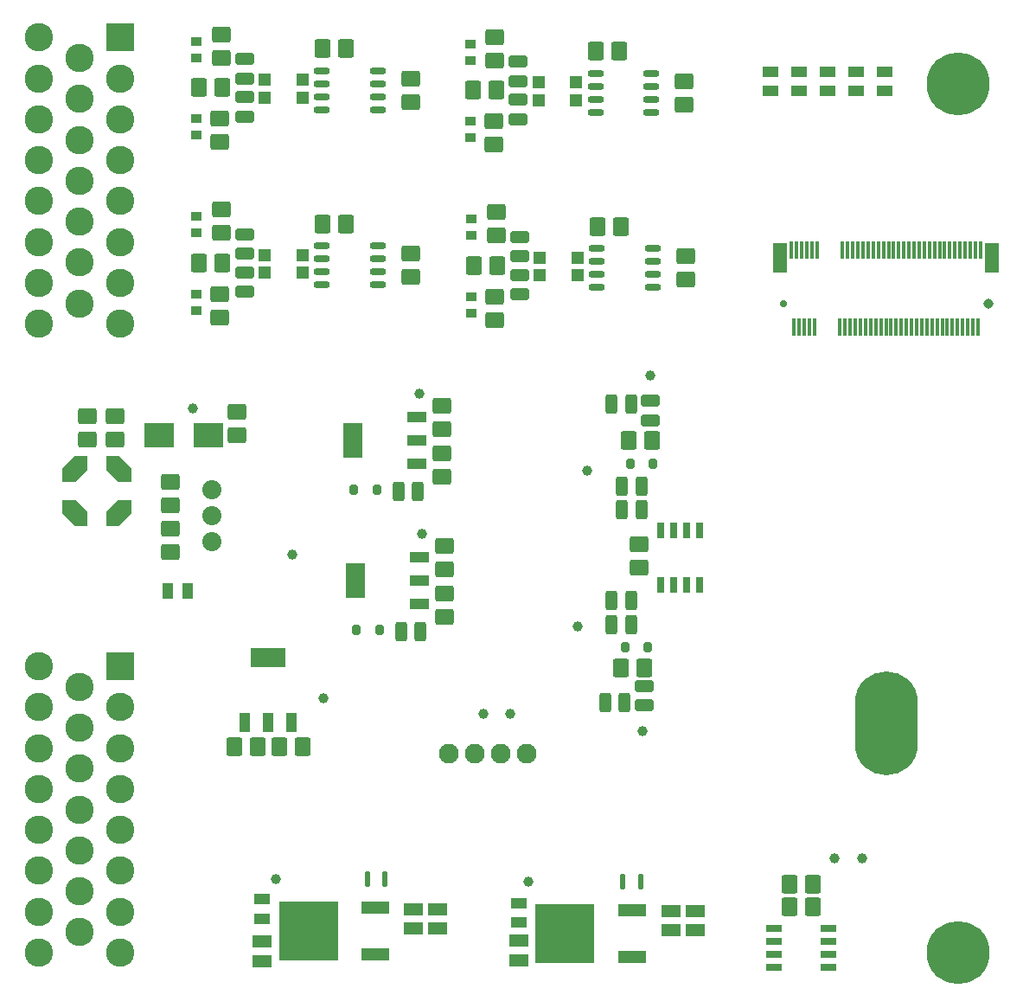
<source format=gts>
G04*
G04 #@! TF.GenerationSoftware,Altium Limited,Altium Designer,24.1.2 (44)*
G04*
G04 Layer_Color=8388736*
%FSLAX44Y44*%
%MOMM*%
G71*
G04*
G04 #@! TF.SameCoordinates,51AA683D-CA4B-47C4-9456-8286C0F4AF48*
G04*
G04*
G04 #@! TF.FilePolarity,Negative*
G04*
G01*
G75*
G04:AMPARAMS|DCode=39|XSize=0.5mm|YSize=0.5mm|CornerRadius=0.0875mm|HoleSize=0mm|Usage=FLASHONLY|Rotation=90.000|XOffset=0mm|YOffset=0mm|HoleType=Round|Shape=RoundedRectangle|*
%AMROUNDEDRECTD39*
21,1,0.5000,0.3250,0,0,90.0*
21,1,0.3250,0.5000,0,0,90.0*
1,1,0.1750,0.1625,0.1625*
1,1,0.1750,0.1625,-0.1625*
1,1,0.1750,-0.1625,-0.1625*
1,1,0.1750,-0.1625,0.1625*
%
%ADD39ROUNDEDRECTD39*%
%ADD43R,0.8000X1.6500*%
%ADD44R,1.3500X2.9000*%
%ADD45R,0.4500X1.7000*%
%ADD46C,1.0000*%
%ADD47O,1.6000X0.7500*%
G04:AMPARAMS|DCode=48|XSize=1.55mm|YSize=1.85mm|CornerRadius=0.25mm|HoleSize=0mm|Usage=FLASHONLY|Rotation=90.000|XOffset=0mm|YOffset=0mm|HoleType=Round|Shape=RoundedRectangle|*
%AMROUNDEDRECTD48*
21,1,1.5500,1.3500,0,0,90.0*
21,1,1.0500,1.8500,0,0,90.0*
1,1,0.5000,0.6750,0.5250*
1,1,0.5000,0.6750,-0.5250*
1,1,0.5000,-0.6750,-0.5250*
1,1,0.5000,-0.6750,0.5250*
%
%ADD48ROUNDEDRECTD48*%
%ADD49R,3.4000X1.9000*%
%ADD50R,1.1000X1.9000*%
%ADD51R,1.9000X3.4000*%
%ADD52R,1.9000X1.1000*%
G04:AMPARAMS|DCode=53|XSize=1.15mm|YSize=1.85mm|CornerRadius=0.2mm|HoleSize=0mm|Usage=FLASHONLY|Rotation=0.000|XOffset=0mm|YOffset=0mm|HoleType=Round|Shape=RoundedRectangle|*
%AMROUNDEDRECTD53*
21,1,1.1500,1.4500,0,0,0.0*
21,1,0.7500,1.8500,0,0,0.0*
1,1,0.4000,0.3750,-0.7250*
1,1,0.4000,-0.3750,-0.7250*
1,1,0.4000,-0.3750,0.7250*
1,1,0.4000,0.3750,0.7250*
%
%ADD53ROUNDEDRECTD53*%
%ADD54R,2.9500X2.3500*%
G04:AMPARAMS|DCode=55|XSize=1.55mm|YSize=1.85mm|CornerRadius=0.25mm|HoleSize=0mm|Usage=FLASHONLY|Rotation=180.000|XOffset=0mm|YOffset=0mm|HoleType=Round|Shape=RoundedRectangle|*
%AMROUNDEDRECTD55*
21,1,1.5500,1.3500,0,0,180.0*
21,1,1.0500,1.8500,0,0,180.0*
1,1,0.5000,-0.5250,0.6750*
1,1,0.5000,0.5250,0.6750*
1,1,0.5000,0.5250,-0.6750*
1,1,0.5000,-0.5250,-0.6750*
%
%ADD55ROUNDEDRECTD55*%
G04:AMPARAMS|DCode=56|XSize=1.15mm|YSize=1.85mm|CornerRadius=0.2mm|HoleSize=0mm|Usage=FLASHONLY|Rotation=90.000|XOffset=0mm|YOffset=0mm|HoleType=Round|Shape=RoundedRectangle|*
%AMROUNDEDRECTD56*
21,1,1.1500,1.4500,0,0,90.0*
21,1,0.7500,1.8500,0,0,90.0*
1,1,0.4000,0.7250,0.3750*
1,1,0.4000,0.7250,-0.3750*
1,1,0.4000,-0.7250,-0.3750*
1,1,0.4000,-0.7250,0.3750*
%
%ADD56ROUNDEDRECTD56*%
G04:AMPARAMS|DCode=57|XSize=0.78mm|YSize=0.98mm|CornerRadius=0.1538mm|HoleSize=0mm|Usage=FLASHONLY|Rotation=0.000|XOffset=0mm|YOffset=0mm|HoleType=Round|Shape=RoundedRectangle|*
%AMROUNDEDRECTD57*
21,1,0.7800,0.6725,0,0,0.0*
21,1,0.4725,0.9800,0,0,0.0*
1,1,0.3075,0.2362,-0.3363*
1,1,0.3075,-0.2362,-0.3363*
1,1,0.3075,-0.2362,0.3363*
1,1,0.3075,0.2362,0.3363*
%
%ADD57ROUNDEDRECTD57*%
%ADD58R,1.5500X1.0500*%
%ADD59R,1.6500X0.8000*%
%ADD60R,1.8500X1.1500*%
%ADD61R,2.7500X1.2100*%
%ADD62R,5.8500X5.7820*%
%ADD63R,1.0500X1.5500*%
%ADD64R,1.0500X0.8500*%
%ADD65R,1.1500X1.3000*%
%ADD66C,0.9750*%
%ADD67C,0.7250*%
%ADD68O,6.1500X10.1500*%
%ADD69C,1.8750*%
%ADD70R,2.7750X2.7750*%
%ADD71C,2.7750*%
%ADD72C,1.9400*%
%ADD73C,6.1500*%
%ADD74C,0.6500*%
G36*
X23116Y429876D02*
Y442540D01*
X36530D01*
X48116Y430954D01*
Y417540D01*
X35452D01*
X23116Y429876D01*
D02*
G37*
G36*
Y473204D02*
X35452Y485540D01*
X48116D01*
Y472126D01*
X36530Y460540D01*
X23116D01*
Y473204D01*
D02*
G37*
G36*
X66116Y430954D02*
X77702Y442540D01*
X91116D01*
Y429876D01*
X78780Y417540D01*
X66116D01*
Y430954D01*
D02*
G37*
G36*
Y472126D02*
Y485540D01*
X78780D01*
X91116Y473204D01*
Y460540D01*
X77702D01*
X66116Y472126D01*
D02*
G37*
G36*
X319956Y66800D02*
Y76800D01*
X324956D01*
Y66800D01*
X319956D01*
D02*
G37*
G36*
X336466Y66640D02*
Y76640D01*
X341466D01*
Y66640D01*
X336466D01*
D02*
G37*
G36*
X569517Y64180D02*
Y74180D01*
X574517D01*
Y64180D01*
X569517D01*
D02*
G37*
G36*
X587297D02*
Y74180D01*
X592297D01*
Y64180D01*
X587297D01*
D02*
G37*
D39*
X338966Y76640D02*
D03*
Y66640D02*
D03*
X322456Y76800D02*
D03*
Y66800D02*
D03*
X589797Y74180D02*
D03*
Y64180D02*
D03*
X572017Y74180D02*
D03*
Y64180D02*
D03*
D43*
X609450Y413500D02*
D03*
X622150D02*
D03*
X634850D02*
D03*
X647550D02*
D03*
Y359500D02*
D03*
X634850D02*
D03*
X622150D02*
D03*
X609450D02*
D03*
D44*
X933246Y679920D02*
D03*
X726246D02*
D03*
D45*
X922246Y687670D02*
D03*
X919746Y612170D02*
D03*
X917246Y687670D02*
D03*
X914746Y612170D02*
D03*
X912246Y687670D02*
D03*
X909746Y612170D02*
D03*
X907246Y687670D02*
D03*
X904746Y612170D02*
D03*
X902246Y687670D02*
D03*
X899746Y612170D02*
D03*
X897246Y687670D02*
D03*
X894746Y612170D02*
D03*
X892246Y687670D02*
D03*
X889746Y612170D02*
D03*
X887246Y687670D02*
D03*
X884746Y612170D02*
D03*
X882246Y687670D02*
D03*
X879746Y612170D02*
D03*
X877246Y687670D02*
D03*
X874746Y612170D02*
D03*
X872246Y687670D02*
D03*
X869746Y612170D02*
D03*
X867246Y687670D02*
D03*
X864746Y612170D02*
D03*
X862246Y687670D02*
D03*
X859746Y612170D02*
D03*
X857246Y687670D02*
D03*
X854746Y612170D02*
D03*
X852246Y687670D02*
D03*
X849746Y612170D02*
D03*
X847246Y687670D02*
D03*
X844746Y612170D02*
D03*
X842246Y687670D02*
D03*
X839746Y612170D02*
D03*
X837246Y687670D02*
D03*
X834746Y612170D02*
D03*
X832246Y687670D02*
D03*
X829746Y612170D02*
D03*
X827246Y687670D02*
D03*
X824746Y612170D02*
D03*
X822246Y687670D02*
D03*
X819746Y612170D02*
D03*
X817246Y687670D02*
D03*
X814746Y612170D02*
D03*
X812246Y687670D02*
D03*
X809746Y612170D02*
D03*
X807246Y687670D02*
D03*
X804746Y612170D02*
D03*
X802246Y687670D02*
D03*
X799746Y612170D02*
D03*
X797246Y687670D02*
D03*
X794746Y612170D02*
D03*
X792246Y687670D02*
D03*
X789746Y612170D02*
D03*
X787246Y687670D02*
D03*
X784746Y612170D02*
D03*
X762246Y687670D02*
D03*
X759746Y612170D02*
D03*
X757246Y687670D02*
D03*
X754746Y612170D02*
D03*
X752246Y687670D02*
D03*
X749746Y612170D02*
D03*
X747246Y687670D02*
D03*
X744746Y612170D02*
D03*
X742246Y687670D02*
D03*
X739746Y612170D02*
D03*
X737246Y687670D02*
D03*
D46*
X537086Y471770D02*
D03*
X461576Y233630D02*
D03*
X435826Y233380D02*
D03*
X151006Y532730D02*
D03*
X599316Y564480D02*
D03*
X528196Y319370D02*
D03*
X591696Y216500D02*
D03*
X779656Y92040D02*
D03*
X806326D02*
D03*
X479936Y69180D02*
D03*
X232286Y71720D02*
D03*
X248500Y389250D02*
D03*
X375796Y409540D02*
D03*
X373256Y546700D02*
D03*
X278826Y248630D02*
D03*
D47*
X601166Y650840D02*
D03*
Y663540D02*
D03*
Y676240D02*
D03*
Y688940D02*
D03*
X546666Y650840D02*
D03*
Y663540D02*
D03*
Y676240D02*
D03*
Y688940D02*
D03*
X277426Y862930D02*
D03*
Y850230D02*
D03*
Y837530D02*
D03*
Y824830D02*
D03*
X331926Y862930D02*
D03*
Y850230D02*
D03*
Y837530D02*
D03*
Y824830D02*
D03*
X545396Y860390D02*
D03*
Y847690D02*
D03*
Y834990D02*
D03*
Y822290D02*
D03*
X599896Y860390D02*
D03*
Y847690D02*
D03*
Y834990D02*
D03*
Y822290D02*
D03*
X277426Y691480D02*
D03*
Y678780D02*
D03*
Y666080D02*
D03*
Y653380D02*
D03*
X331926Y691480D02*
D03*
Y678780D02*
D03*
Y666080D02*
D03*
Y653380D02*
D03*
D48*
X632336Y829910D02*
D03*
Y852770D02*
D03*
X588250Y399180D02*
D03*
Y376320D02*
D03*
X194186Y506060D02*
D03*
Y528920D02*
D03*
X48136Y502250D02*
D03*
Y525110D02*
D03*
X74806Y502250D02*
D03*
Y525110D02*
D03*
X129416Y391760D02*
D03*
Y414620D02*
D03*
Y460340D02*
D03*
Y437480D02*
D03*
X633606Y681320D02*
D03*
Y658460D02*
D03*
X448186Y724500D02*
D03*
Y701640D02*
D03*
X446916Y641950D02*
D03*
Y619090D02*
D03*
X364366Y683860D02*
D03*
Y661000D02*
D03*
X446916Y895950D02*
D03*
Y873090D02*
D03*
X445646Y813400D02*
D03*
Y790540D02*
D03*
X178946Y727040D02*
D03*
Y704180D02*
D03*
X177676Y644490D02*
D03*
Y621630D02*
D03*
Y815940D02*
D03*
Y793080D02*
D03*
X178946Y898490D02*
D03*
Y875630D02*
D03*
X364366Y855310D02*
D03*
Y832450D02*
D03*
X397386Y375250D02*
D03*
Y398110D02*
D03*
Y351120D02*
D03*
Y328260D02*
D03*
X394846Y488280D02*
D03*
Y465420D02*
D03*
Y512410D02*
D03*
Y535270D02*
D03*
D49*
X224666Y288390D02*
D03*
D50*
X247666Y225390D02*
D03*
X224666D02*
D03*
X201666D02*
D03*
D51*
X307466Y500980D02*
D03*
X310006Y363820D02*
D03*
D52*
X370466Y523980D02*
D03*
Y500980D02*
D03*
Y477980D02*
D03*
X373006Y386820D02*
D03*
Y363820D02*
D03*
Y340820D02*
D03*
D53*
X554916Y244440D02*
D03*
X573916D02*
D03*
X561266Y536540D02*
D03*
X580266D02*
D03*
X571376Y456530D02*
D03*
X590376D02*
D03*
X571426Y433670D02*
D03*
X590426D02*
D03*
X580266Y344770D02*
D03*
X561266D02*
D03*
Y320640D02*
D03*
X580266D02*
D03*
X373866Y314290D02*
D03*
X354866D02*
D03*
X371326Y451450D02*
D03*
X352326D02*
D03*
D54*
X118116Y506060D02*
D03*
X166116D02*
D03*
D55*
X735206Y45050D02*
D03*
X758066D02*
D03*
X735206Y66640D02*
D03*
X758066D02*
D03*
X577726Y500980D02*
D03*
X600586D02*
D03*
X570106Y278730D02*
D03*
X592966D02*
D03*
X214506Y201260D02*
D03*
X191646D02*
D03*
X236096D02*
D03*
X258956D02*
D03*
X547246Y710530D02*
D03*
X570106D02*
D03*
X426596Y672430D02*
D03*
X449456D02*
D03*
X278006Y713070D02*
D03*
X300866D02*
D03*
X425326Y843880D02*
D03*
X448186D02*
D03*
X545976Y881980D02*
D03*
X568836D02*
D03*
X157356Y674970D02*
D03*
X180216D02*
D03*
X157356Y846420D02*
D03*
X180216D02*
D03*
X278006Y884520D02*
D03*
X300866D02*
D03*
D56*
X599316Y520690D02*
D03*
Y539690D02*
D03*
X592966Y241950D02*
D03*
Y260950D02*
D03*
X471046Y700320D02*
D03*
Y681320D02*
D03*
Y662880D02*
D03*
Y643880D02*
D03*
X469776Y871770D02*
D03*
Y852770D02*
D03*
Y834330D02*
D03*
Y815330D02*
D03*
X201806Y702860D02*
D03*
Y683860D02*
D03*
Y665420D02*
D03*
Y646420D02*
D03*
Y836870D02*
D03*
Y817870D02*
D03*
Y874310D02*
D03*
Y855310D02*
D03*
D57*
X601856Y478120D02*
D03*
X579556D02*
D03*
X596776Y299050D02*
D03*
X574476D02*
D03*
X333606Y315560D02*
D03*
X311306D02*
D03*
X331066Y452720D02*
D03*
X308766D02*
D03*
D58*
X828126Y862180D02*
D03*
Y843180D02*
D03*
X800186Y862180D02*
D03*
Y843180D02*
D03*
X772246Y862180D02*
D03*
Y843180D02*
D03*
X744306Y862180D02*
D03*
Y843180D02*
D03*
X716366Y862180D02*
D03*
Y843180D02*
D03*
X470417Y29200D02*
D03*
Y48200D02*
D03*
X218636Y33010D02*
D03*
Y52010D02*
D03*
D59*
X773636Y-14640D02*
D03*
Y-1940D02*
D03*
Y10760D02*
D03*
Y23460D02*
D03*
X719636D02*
D03*
Y10760D02*
D03*
Y-1940D02*
D03*
Y-14640D02*
D03*
D60*
X643137Y21580D02*
D03*
Y40580D02*
D03*
X619007Y21580D02*
D03*
Y40580D02*
D03*
X470417Y-7630D02*
D03*
Y11370D02*
D03*
X391036Y42510D02*
D03*
Y23510D02*
D03*
X219191Y-8290D02*
D03*
Y10710D02*
D03*
X366906Y23510D02*
D03*
Y42510D02*
D03*
D61*
X580996Y-4480D02*
D03*
Y41240D02*
D03*
X330076Y-1940D02*
D03*
Y43780D02*
D03*
D62*
X515496Y18380D02*
D03*
X264576Y20920D02*
D03*
D63*
X126876Y353660D02*
D03*
X145876D02*
D03*
D64*
X424056Y701640D02*
D03*
Y717640D02*
D03*
X422786Y873090D02*
D03*
Y889090D02*
D03*
X154816Y875630D02*
D03*
Y891630D02*
D03*
Y704180D02*
D03*
Y720180D02*
D03*
X424056Y625950D02*
D03*
Y641950D02*
D03*
X154816Y628490D02*
D03*
Y644490D02*
D03*
X422786Y797400D02*
D03*
Y813400D02*
D03*
X154816Y799940D02*
D03*
Y815940D02*
D03*
D65*
X527546Y662510D02*
D03*
X490746D02*
D03*
Y679810D02*
D03*
X527546D02*
D03*
X526276Y833960D02*
D03*
X489476D02*
D03*
Y851260D02*
D03*
X526276D02*
D03*
X258306Y665050D02*
D03*
X221506D02*
D03*
Y682350D02*
D03*
X258306D02*
D03*
Y836500D02*
D03*
X221506D02*
D03*
Y853800D02*
D03*
X258306D02*
D03*
D66*
X929746Y634920D02*
D03*
D67*
X729746D02*
D03*
D68*
X829746Y224710D02*
D03*
D69*
X170056Y401920D02*
D03*
Y427320D02*
D03*
Y452720D02*
D03*
D70*
X80000Y895290D02*
D03*
Y280000D02*
D03*
D71*
Y615290D02*
D03*
X40000Y875290D02*
D03*
Y635290D02*
D03*
X0Y895290D02*
D03*
Y615290D02*
D03*
X80000Y855290D02*
D03*
Y815290D02*
D03*
Y775290D02*
D03*
Y735290D02*
D03*
Y695290D02*
D03*
Y655290D02*
D03*
X40000Y835290D02*
D03*
Y795290D02*
D03*
Y755290D02*
D03*
Y715290D02*
D03*
Y675290D02*
D03*
X0Y855290D02*
D03*
Y815290D02*
D03*
Y775290D02*
D03*
Y735290D02*
D03*
Y695290D02*
D03*
Y655290D02*
D03*
X80000Y0D02*
D03*
X40000Y260000D02*
D03*
Y20000D02*
D03*
X0Y280000D02*
D03*
Y0D02*
D03*
X80000Y240000D02*
D03*
Y200000D02*
D03*
Y160000D02*
D03*
Y120000D02*
D03*
Y80000D02*
D03*
Y40000D02*
D03*
X40000Y220000D02*
D03*
Y180000D02*
D03*
Y140000D02*
D03*
Y100000D02*
D03*
Y60000D02*
D03*
X0Y240000D02*
D03*
Y200000D02*
D03*
Y160000D02*
D03*
Y120000D02*
D03*
Y80000D02*
D03*
Y40000D02*
D03*
D72*
X452136Y195050D02*
D03*
X401336D02*
D03*
X477536D02*
D03*
X426736D02*
D03*
D73*
X900000Y0D02*
D03*
Y850000D02*
D03*
D74*
Y22860D02*
D03*
X883836Y16164D02*
D03*
X877140Y0D02*
D03*
X883836Y-16164D02*
D03*
X900000Y-22860D02*
D03*
X916164Y-16164D02*
D03*
X922860Y0D02*
D03*
X916164Y16164D02*
D03*
X900000Y872860D02*
D03*
X883836Y866164D02*
D03*
X877140Y850000D02*
D03*
X883836Y833836D02*
D03*
X900000Y827140D02*
D03*
X916164Y833836D02*
D03*
X922860Y850000D02*
D03*
X916164Y866164D02*
D03*
M02*

</source>
